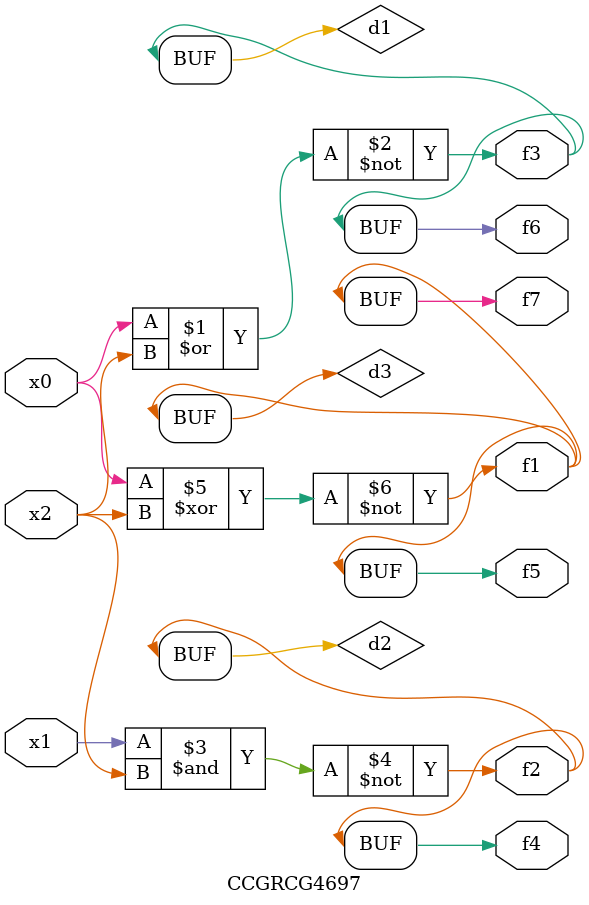
<source format=v>
module CCGRCG4697(
	input x0, x1, x2,
	output f1, f2, f3, f4, f5, f6, f7
);

	wire d1, d2, d3;

	nor (d1, x0, x2);
	nand (d2, x1, x2);
	xnor (d3, x0, x2);
	assign f1 = d3;
	assign f2 = d2;
	assign f3 = d1;
	assign f4 = d2;
	assign f5 = d3;
	assign f6 = d1;
	assign f7 = d3;
endmodule

</source>
